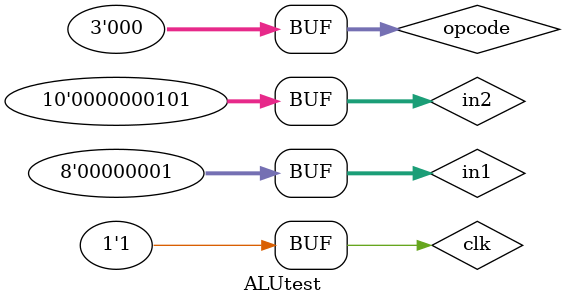
<source format=v>
`timescale 1ns / 1ps


module ALUtest;

	// Inputs
	reg clk;
	reg [7:0] in1;
	reg [9:0] in2;
	reg [2:0] opcode;

	// Outputs
	wire [9:0] out1;
	wire flag;

	// Instantiate the Unit Under Test (UUT)
	ALU uut (
		.clk(clk), 
		.in1(in1), 
		.in2(in2), 
		.out1(out1), 
		.flag(flag), 
		.opcode(opcode)
	);

	initial begin
		// Initialize Inputs
		clk = 0;
		in1 = 0;
		in2 = 0;
		opcode = 0;

		// Wait 100 ns for global reset to finish
		#100
		
		clk=1;
		in1=1;
		in2=5;
		opcode=1;
		
		
		#100
		clk=0;
		
		#100
		clk=1;
		opcode=2;
		
		
		#100
		clk=0;
		
		#100
		clk=1;
		opcode=3;
		
		#100
		clk=0;
		
		#100
		clk=1;
		opcode=4;
		
		#100
		clk=0;
		
		#100
		clk=1;
		opcode=0;
        
		// Add stimulus here

	end
      
endmodule


</source>
